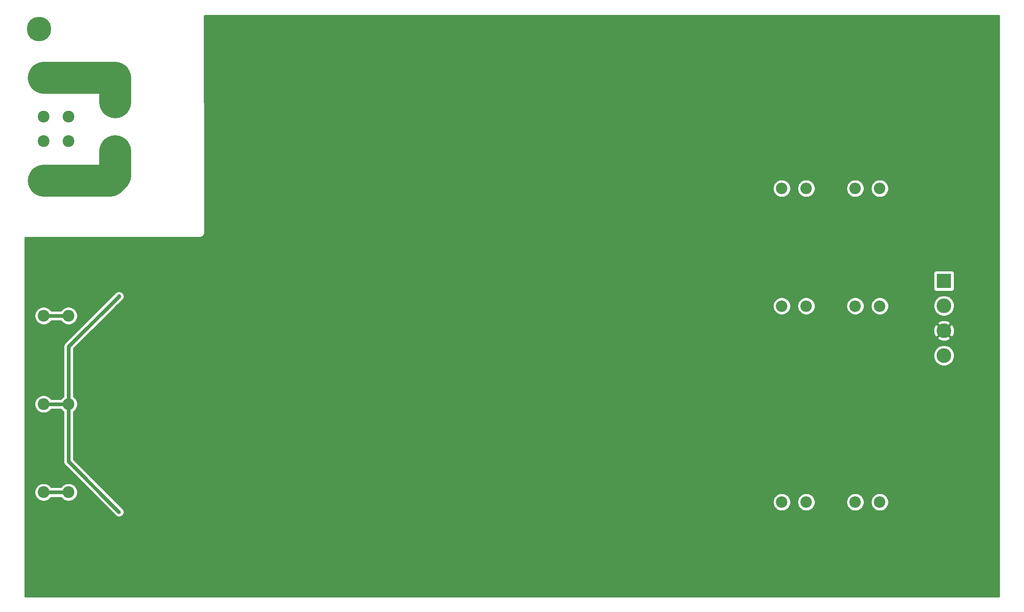
<source format=gbr>
G04 #@! TF.GenerationSoftware,KiCad,Pcbnew,(5.1.5)-3*
G04 #@! TF.CreationDate,2020-11-25T08:49:10-07:00*
G04 #@! TF.ProjectId,Power_Supply,506f7765-725f-4537-9570-706c792e6b69,rev?*
G04 #@! TF.SameCoordinates,Original*
G04 #@! TF.FileFunction,Copper,L2,Bot*
G04 #@! TF.FilePolarity,Positive*
%FSLAX46Y46*%
G04 Gerber Fmt 4.6, Leading zero omitted, Abs format (unit mm)*
G04 Created by KiCad (PCBNEW (5.1.5)-3) date 2020-11-25 08:49:10*
%MOMM*%
%LPD*%
G04 APERTURE LIST*
%ADD10C,5.000000*%
%ADD11C,2.350000*%
%ADD12C,2.400000*%
%ADD13C,3.000000*%
%ADD14R,3.000000X3.000000*%
%ADD15C,0.800000*%
%ADD16C,0.800000*%
%ADD17C,6.500000*%
%ADD18C,0.254000*%
G04 APERTURE END LIST*
D10*
X196500000Y-116500000D03*
X3500000Y-116500000D03*
X3500000Y-3500000D03*
X196500000Y-3500000D03*
D11*
X19000000Y-13378200D03*
X19000000Y-18378200D03*
X19000000Y-33378200D03*
X19000000Y-28378200D03*
D12*
X9540000Y-80000000D03*
X4460000Y-80000000D03*
D11*
X160000000Y-36000000D03*
X155000000Y-36000000D03*
X170000000Y-36000000D03*
X175000000Y-36000000D03*
X175000000Y-60000000D03*
X170000000Y-60000000D03*
X155000000Y-60000000D03*
X160000000Y-60000000D03*
X160000000Y-100000000D03*
X155000000Y-100000000D03*
X170000000Y-100000000D03*
X175000000Y-100000000D03*
D12*
X4460000Y-13378200D03*
X9540000Y-13378200D03*
X9540000Y-21378200D03*
X4460000Y-21378200D03*
X4460000Y-26378200D03*
X9540000Y-26378200D03*
X9540000Y-34378200D03*
X4460000Y-34378200D03*
X4460000Y-62000000D03*
X9540000Y-62000000D03*
X9540000Y-98000000D03*
X4460000Y-98000000D03*
D13*
X188087000Y-70104000D03*
D14*
X188087000Y-54864000D03*
D13*
X188087000Y-65024000D03*
X188087000Y-59944000D03*
D15*
X176067720Y-17993360D03*
X62443360Y-13685520D03*
X93451680Y-11160760D03*
X95651680Y-11160760D03*
X93451680Y-13360760D03*
X93451680Y-15560760D03*
X95651680Y-15560760D03*
X93451680Y-17760760D03*
X95651680Y-17760760D03*
X93451680Y-19960760D03*
X95651680Y-19960760D03*
X97851680Y-11160760D03*
X100051680Y-11160760D03*
X102251680Y-11160760D03*
X104451680Y-11160760D03*
X95651680Y-13360760D03*
X97851680Y-13360760D03*
X100051680Y-13360760D03*
X102251680Y-13360760D03*
X106651680Y-11160760D03*
X104451680Y-13360760D03*
X106651680Y-13360760D03*
X104451680Y-15560760D03*
X106651680Y-15560760D03*
X104451680Y-17760760D03*
X106651680Y-17760760D03*
X104451680Y-19960760D03*
X106651680Y-19960760D03*
X159730440Y-44983400D03*
X62814200Y-53705760D03*
X134680960Y-57993280D03*
X160639760Y-67985640D03*
X160411160Y-91963240D03*
X135544560Y-98028760D03*
X117642640Y-97297240D03*
X97444560Y-109235240D03*
X63139320Y-106334560D03*
X29291280Y-65999360D03*
X29281120Y-93990160D03*
X133421120Y-11247120D03*
X135621120Y-11247120D03*
X133421120Y-13447120D03*
X133421120Y-15647120D03*
X135621120Y-15647120D03*
X133421120Y-17847120D03*
X135621120Y-17847120D03*
X133421120Y-20047120D03*
X135621120Y-20047120D03*
X137821120Y-11247120D03*
X140021120Y-11247120D03*
X142221120Y-11247120D03*
X144421120Y-11247120D03*
X135621120Y-13447120D03*
X137821120Y-13447120D03*
X140021120Y-13447120D03*
X142221120Y-13447120D03*
X146621120Y-11247120D03*
X144421120Y-13447120D03*
X146621120Y-13447120D03*
X144421120Y-15647120D03*
X146621120Y-15647120D03*
X144421120Y-17847120D03*
X146621120Y-17847120D03*
X144421120Y-20047120D03*
X146621120Y-20047120D03*
X97689120Y-53431800D03*
X99889120Y-53431800D03*
X102089120Y-53431800D03*
X106489120Y-51231800D03*
X104289120Y-53431800D03*
X93289120Y-51231800D03*
X104289120Y-55631800D03*
X106489120Y-53431800D03*
X104289120Y-51231800D03*
X95489120Y-53431800D03*
X95489120Y-51231800D03*
X93289120Y-53431800D03*
X102089120Y-51231800D03*
X95489120Y-55631800D03*
X93289120Y-57831800D03*
X95489120Y-57831800D03*
X93289120Y-60031800D03*
X95489120Y-60031800D03*
X93289120Y-55631800D03*
X99889120Y-51231800D03*
X106489120Y-55631800D03*
X106489120Y-57831800D03*
X104289120Y-60031800D03*
X106489120Y-60031800D03*
X104289120Y-57831800D03*
X97689120Y-51231800D03*
X19812000Y-102001320D03*
X19817080Y-58013600D03*
D16*
X9540000Y-62000000D02*
X4460000Y-62000000D01*
X9540000Y-98000000D02*
X4460000Y-98000000D01*
X4460000Y-80000000D02*
X9540000Y-80000000D01*
X9540000Y-91729320D02*
X9540000Y-80000000D01*
X19812000Y-102001320D02*
X9540000Y-91729320D01*
X9540000Y-68290680D02*
X9540000Y-80000000D01*
X19817080Y-58013600D02*
X9540000Y-68290680D01*
D17*
X4460000Y-13378200D02*
X9540000Y-13378200D01*
X9540000Y-13378200D02*
X19000000Y-13378200D01*
X19000000Y-13378200D02*
X19000000Y-18378200D01*
X19000000Y-28378200D02*
X19000000Y-33378200D01*
X4460000Y-34378200D02*
X9540000Y-34378200D01*
X18000000Y-34378200D02*
X19000000Y-33378200D01*
X9540000Y-34378200D02*
X18000000Y-34378200D01*
D18*
G36*
X199340001Y-119340000D02*
G01*
X660000Y-119340000D01*
X660000Y-97819268D01*
X2625000Y-97819268D01*
X2625000Y-98180732D01*
X2695518Y-98535250D01*
X2833844Y-98869199D01*
X3034662Y-99169744D01*
X3290256Y-99425338D01*
X3590801Y-99626156D01*
X3924750Y-99764482D01*
X4279268Y-99835000D01*
X4640732Y-99835000D01*
X4995250Y-99764482D01*
X5329199Y-99626156D01*
X5629744Y-99425338D01*
X5885338Y-99169744D01*
X5975371Y-99035000D01*
X8024629Y-99035000D01*
X8114662Y-99169744D01*
X8370256Y-99425338D01*
X8670801Y-99626156D01*
X9004750Y-99764482D01*
X9359268Y-99835000D01*
X9720732Y-99835000D01*
X10075250Y-99764482D01*
X10409199Y-99626156D01*
X10709744Y-99425338D01*
X10965338Y-99169744D01*
X11166156Y-98869199D01*
X11304482Y-98535250D01*
X11375000Y-98180732D01*
X11375000Y-97819268D01*
X11304482Y-97464750D01*
X11166156Y-97130801D01*
X10965338Y-96830256D01*
X10709744Y-96574662D01*
X10409199Y-96373844D01*
X10075250Y-96235518D01*
X9720732Y-96165000D01*
X9359268Y-96165000D01*
X9004750Y-96235518D01*
X8670801Y-96373844D01*
X8370256Y-96574662D01*
X8114662Y-96830256D01*
X8024629Y-96965000D01*
X5975371Y-96965000D01*
X5885338Y-96830256D01*
X5629744Y-96574662D01*
X5329199Y-96373844D01*
X4995250Y-96235518D01*
X4640732Y-96165000D01*
X4279268Y-96165000D01*
X3924750Y-96235518D01*
X3590801Y-96373844D01*
X3290256Y-96574662D01*
X3034662Y-96830256D01*
X2833844Y-97130801D01*
X2695518Y-97464750D01*
X2625000Y-97819268D01*
X660000Y-97819268D01*
X660000Y-79819268D01*
X2625000Y-79819268D01*
X2625000Y-80180732D01*
X2695518Y-80535250D01*
X2833844Y-80869199D01*
X3034662Y-81169744D01*
X3290256Y-81425338D01*
X3590801Y-81626156D01*
X3924750Y-81764482D01*
X4279268Y-81835000D01*
X4640732Y-81835000D01*
X4995250Y-81764482D01*
X5329199Y-81626156D01*
X5629744Y-81425338D01*
X5885338Y-81169744D01*
X5975371Y-81035000D01*
X8024629Y-81035000D01*
X8114662Y-81169744D01*
X8370256Y-81425338D01*
X8505001Y-81515372D01*
X8505000Y-91678492D01*
X8499994Y-91729320D01*
X8505000Y-91780148D01*
X8505000Y-91780157D01*
X8519976Y-91932214D01*
X8579159Y-92127312D01*
X8675266Y-92307117D01*
X8804604Y-92464716D01*
X8844097Y-92497127D01*
X19008063Y-102661094D01*
X19152226Y-102805257D01*
X19194712Y-102833645D01*
X19234202Y-102866054D01*
X19279256Y-102890136D01*
X19321744Y-102918525D01*
X19368959Y-102938082D01*
X19414006Y-102962160D01*
X19462880Y-102976986D01*
X19510102Y-102996546D01*
X19560232Y-103006517D01*
X19609105Y-103021343D01*
X19659936Y-103026350D01*
X19710061Y-103036320D01*
X19761165Y-103036320D01*
X19812000Y-103041327D01*
X19862835Y-103036320D01*
X19913939Y-103036320D01*
X19964064Y-103026350D01*
X20014895Y-103021343D01*
X20063768Y-103006517D01*
X20113898Y-102996546D01*
X20161122Y-102976985D01*
X20209993Y-102962160D01*
X20255036Y-102938084D01*
X20302256Y-102918525D01*
X20344748Y-102890133D01*
X20389797Y-102866054D01*
X20429284Y-102833648D01*
X20471774Y-102805257D01*
X20507908Y-102769123D01*
X20547396Y-102736716D01*
X20579803Y-102697228D01*
X20615937Y-102661094D01*
X20644328Y-102618604D01*
X20676734Y-102579117D01*
X20700813Y-102534068D01*
X20729205Y-102491576D01*
X20748764Y-102444356D01*
X20772840Y-102399313D01*
X20787665Y-102350442D01*
X20807226Y-102303218D01*
X20817197Y-102253088D01*
X20832023Y-102204215D01*
X20837030Y-102153384D01*
X20847000Y-102103259D01*
X20847000Y-102052155D01*
X20852007Y-102001320D01*
X20847000Y-101950485D01*
X20847000Y-101899381D01*
X20837030Y-101849256D01*
X20832023Y-101798425D01*
X20817197Y-101749552D01*
X20807226Y-101699422D01*
X20787666Y-101652200D01*
X20772840Y-101603326D01*
X20748762Y-101558279D01*
X20729205Y-101511064D01*
X20700816Y-101468576D01*
X20676734Y-101423522D01*
X20644325Y-101384032D01*
X20615937Y-101341546D01*
X20471774Y-101197383D01*
X19096122Y-99821731D01*
X153190000Y-99821731D01*
X153190000Y-100178269D01*
X153259557Y-100527958D01*
X153395999Y-100857357D01*
X153594081Y-101153808D01*
X153846192Y-101405919D01*
X154142643Y-101604001D01*
X154472042Y-101740443D01*
X154821731Y-101810000D01*
X155178269Y-101810000D01*
X155527958Y-101740443D01*
X155857357Y-101604001D01*
X156153808Y-101405919D01*
X156405919Y-101153808D01*
X156604001Y-100857357D01*
X156740443Y-100527958D01*
X156810000Y-100178269D01*
X156810000Y-99821731D01*
X158190000Y-99821731D01*
X158190000Y-100178269D01*
X158259557Y-100527958D01*
X158395999Y-100857357D01*
X158594081Y-101153808D01*
X158846192Y-101405919D01*
X159142643Y-101604001D01*
X159472042Y-101740443D01*
X159821731Y-101810000D01*
X160178269Y-101810000D01*
X160527958Y-101740443D01*
X160857357Y-101604001D01*
X161153808Y-101405919D01*
X161405919Y-101153808D01*
X161604001Y-100857357D01*
X161740443Y-100527958D01*
X161810000Y-100178269D01*
X161810000Y-99821731D01*
X168190000Y-99821731D01*
X168190000Y-100178269D01*
X168259557Y-100527958D01*
X168395999Y-100857357D01*
X168594081Y-101153808D01*
X168846192Y-101405919D01*
X169142643Y-101604001D01*
X169472042Y-101740443D01*
X169821731Y-101810000D01*
X170178269Y-101810000D01*
X170527958Y-101740443D01*
X170857357Y-101604001D01*
X171153808Y-101405919D01*
X171405919Y-101153808D01*
X171604001Y-100857357D01*
X171740443Y-100527958D01*
X171810000Y-100178269D01*
X171810000Y-99821731D01*
X173190000Y-99821731D01*
X173190000Y-100178269D01*
X173259557Y-100527958D01*
X173395999Y-100857357D01*
X173594081Y-101153808D01*
X173846192Y-101405919D01*
X174142643Y-101604001D01*
X174472042Y-101740443D01*
X174821731Y-101810000D01*
X175178269Y-101810000D01*
X175527958Y-101740443D01*
X175857357Y-101604001D01*
X176153808Y-101405919D01*
X176405919Y-101153808D01*
X176604001Y-100857357D01*
X176740443Y-100527958D01*
X176810000Y-100178269D01*
X176810000Y-99821731D01*
X176740443Y-99472042D01*
X176604001Y-99142643D01*
X176405919Y-98846192D01*
X176153808Y-98594081D01*
X175857357Y-98395999D01*
X175527958Y-98259557D01*
X175178269Y-98190000D01*
X174821731Y-98190000D01*
X174472042Y-98259557D01*
X174142643Y-98395999D01*
X173846192Y-98594081D01*
X173594081Y-98846192D01*
X173395999Y-99142643D01*
X173259557Y-99472042D01*
X173190000Y-99821731D01*
X171810000Y-99821731D01*
X171740443Y-99472042D01*
X171604001Y-99142643D01*
X171405919Y-98846192D01*
X171153808Y-98594081D01*
X170857357Y-98395999D01*
X170527958Y-98259557D01*
X170178269Y-98190000D01*
X169821731Y-98190000D01*
X169472042Y-98259557D01*
X169142643Y-98395999D01*
X168846192Y-98594081D01*
X168594081Y-98846192D01*
X168395999Y-99142643D01*
X168259557Y-99472042D01*
X168190000Y-99821731D01*
X161810000Y-99821731D01*
X161740443Y-99472042D01*
X161604001Y-99142643D01*
X161405919Y-98846192D01*
X161153808Y-98594081D01*
X160857357Y-98395999D01*
X160527958Y-98259557D01*
X160178269Y-98190000D01*
X159821731Y-98190000D01*
X159472042Y-98259557D01*
X159142643Y-98395999D01*
X158846192Y-98594081D01*
X158594081Y-98846192D01*
X158395999Y-99142643D01*
X158259557Y-99472042D01*
X158190000Y-99821731D01*
X156810000Y-99821731D01*
X156740443Y-99472042D01*
X156604001Y-99142643D01*
X156405919Y-98846192D01*
X156153808Y-98594081D01*
X155857357Y-98395999D01*
X155527958Y-98259557D01*
X155178269Y-98190000D01*
X154821731Y-98190000D01*
X154472042Y-98259557D01*
X154142643Y-98395999D01*
X153846192Y-98594081D01*
X153594081Y-98846192D01*
X153395999Y-99142643D01*
X153259557Y-99472042D01*
X153190000Y-99821731D01*
X19096122Y-99821731D01*
X10575000Y-91300610D01*
X10575000Y-81515371D01*
X10709744Y-81425338D01*
X10965338Y-81169744D01*
X11166156Y-80869199D01*
X11304482Y-80535250D01*
X11375000Y-80180732D01*
X11375000Y-79819268D01*
X11304482Y-79464750D01*
X11166156Y-79130801D01*
X10965338Y-78830256D01*
X10709744Y-78574662D01*
X10575000Y-78484629D01*
X10575000Y-69893721D01*
X185952000Y-69893721D01*
X185952000Y-70314279D01*
X186034047Y-70726756D01*
X186194988Y-71115302D01*
X186428637Y-71464983D01*
X186726017Y-71762363D01*
X187075698Y-71996012D01*
X187464244Y-72156953D01*
X187876721Y-72239000D01*
X188297279Y-72239000D01*
X188709756Y-72156953D01*
X189098302Y-71996012D01*
X189447983Y-71762363D01*
X189745363Y-71464983D01*
X189979012Y-71115302D01*
X190139953Y-70726756D01*
X190222000Y-70314279D01*
X190222000Y-69893721D01*
X190139953Y-69481244D01*
X189979012Y-69092698D01*
X189745363Y-68743017D01*
X189447983Y-68445637D01*
X189098302Y-68211988D01*
X188709756Y-68051047D01*
X188297279Y-67969000D01*
X187876721Y-67969000D01*
X187464244Y-68051047D01*
X187075698Y-68211988D01*
X186726017Y-68445637D01*
X186428637Y-68743017D01*
X186194988Y-69092698D01*
X186034047Y-69481244D01*
X185952000Y-69893721D01*
X10575000Y-69893721D01*
X10575000Y-68719390D01*
X12778737Y-66515653D01*
X186774952Y-66515653D01*
X186930962Y-66831214D01*
X187305745Y-67022020D01*
X187710551Y-67136044D01*
X188129824Y-67168902D01*
X188547451Y-67119334D01*
X188947383Y-66989243D01*
X189243038Y-66831214D01*
X189399048Y-66515653D01*
X188087000Y-65203605D01*
X186774952Y-66515653D01*
X12778737Y-66515653D01*
X14227566Y-65066824D01*
X185942098Y-65066824D01*
X185991666Y-65484451D01*
X186121757Y-65884383D01*
X186279786Y-66180038D01*
X186595347Y-66336048D01*
X187907395Y-65024000D01*
X188266605Y-65024000D01*
X189578653Y-66336048D01*
X189894214Y-66180038D01*
X190085020Y-65805255D01*
X190199044Y-65400449D01*
X190231902Y-64981176D01*
X190182334Y-64563549D01*
X190052243Y-64163617D01*
X189894214Y-63867962D01*
X189578653Y-63711952D01*
X188266605Y-65024000D01*
X187907395Y-65024000D01*
X186595347Y-63711952D01*
X186279786Y-63867962D01*
X186088980Y-64242745D01*
X185974956Y-64647551D01*
X185942098Y-65066824D01*
X14227566Y-65066824D01*
X15762043Y-63532347D01*
X186774952Y-63532347D01*
X188087000Y-64844395D01*
X189399048Y-63532347D01*
X189243038Y-63216786D01*
X188868255Y-63025980D01*
X188463449Y-62911956D01*
X188044176Y-62879098D01*
X187626549Y-62928666D01*
X187226617Y-63058757D01*
X186930962Y-63216786D01*
X186774952Y-63532347D01*
X15762043Y-63532347D01*
X19472659Y-59821731D01*
X153190000Y-59821731D01*
X153190000Y-60178269D01*
X153259557Y-60527958D01*
X153395999Y-60857357D01*
X153594081Y-61153808D01*
X153846192Y-61405919D01*
X154142643Y-61604001D01*
X154472042Y-61740443D01*
X154821731Y-61810000D01*
X155178269Y-61810000D01*
X155527958Y-61740443D01*
X155857357Y-61604001D01*
X156153808Y-61405919D01*
X156405919Y-61153808D01*
X156604001Y-60857357D01*
X156740443Y-60527958D01*
X156810000Y-60178269D01*
X156810000Y-59821731D01*
X158190000Y-59821731D01*
X158190000Y-60178269D01*
X158259557Y-60527958D01*
X158395999Y-60857357D01*
X158594081Y-61153808D01*
X158846192Y-61405919D01*
X159142643Y-61604001D01*
X159472042Y-61740443D01*
X159821731Y-61810000D01*
X160178269Y-61810000D01*
X160527958Y-61740443D01*
X160857357Y-61604001D01*
X161153808Y-61405919D01*
X161405919Y-61153808D01*
X161604001Y-60857357D01*
X161740443Y-60527958D01*
X161810000Y-60178269D01*
X161810000Y-59821731D01*
X168190000Y-59821731D01*
X168190000Y-60178269D01*
X168259557Y-60527958D01*
X168395999Y-60857357D01*
X168594081Y-61153808D01*
X168846192Y-61405919D01*
X169142643Y-61604001D01*
X169472042Y-61740443D01*
X169821731Y-61810000D01*
X170178269Y-61810000D01*
X170527958Y-61740443D01*
X170857357Y-61604001D01*
X171153808Y-61405919D01*
X171405919Y-61153808D01*
X171604001Y-60857357D01*
X171740443Y-60527958D01*
X171810000Y-60178269D01*
X171810000Y-59821731D01*
X173190000Y-59821731D01*
X173190000Y-60178269D01*
X173259557Y-60527958D01*
X173395999Y-60857357D01*
X173594081Y-61153808D01*
X173846192Y-61405919D01*
X174142643Y-61604001D01*
X174472042Y-61740443D01*
X174821731Y-61810000D01*
X175178269Y-61810000D01*
X175527958Y-61740443D01*
X175857357Y-61604001D01*
X176153808Y-61405919D01*
X176405919Y-61153808D01*
X176604001Y-60857357D01*
X176740443Y-60527958D01*
X176810000Y-60178269D01*
X176810000Y-59821731D01*
X176792494Y-59733721D01*
X185952000Y-59733721D01*
X185952000Y-60154279D01*
X186034047Y-60566756D01*
X186194988Y-60955302D01*
X186428637Y-61304983D01*
X186726017Y-61602363D01*
X187075698Y-61836012D01*
X187464244Y-61996953D01*
X187876721Y-62079000D01*
X188297279Y-62079000D01*
X188709756Y-61996953D01*
X189098302Y-61836012D01*
X189447983Y-61602363D01*
X189745363Y-61304983D01*
X189979012Y-60955302D01*
X190139953Y-60566756D01*
X190222000Y-60154279D01*
X190222000Y-59733721D01*
X190139953Y-59321244D01*
X189979012Y-58932698D01*
X189745363Y-58583017D01*
X189447983Y-58285637D01*
X189098302Y-58051988D01*
X188709756Y-57891047D01*
X188297279Y-57809000D01*
X187876721Y-57809000D01*
X187464244Y-57891047D01*
X187075698Y-58051988D01*
X186726017Y-58285637D01*
X186428637Y-58583017D01*
X186194988Y-58932698D01*
X186034047Y-59321244D01*
X185952000Y-59733721D01*
X176792494Y-59733721D01*
X176740443Y-59472042D01*
X176604001Y-59142643D01*
X176405919Y-58846192D01*
X176153808Y-58594081D01*
X175857357Y-58395999D01*
X175527958Y-58259557D01*
X175178269Y-58190000D01*
X174821731Y-58190000D01*
X174472042Y-58259557D01*
X174142643Y-58395999D01*
X173846192Y-58594081D01*
X173594081Y-58846192D01*
X173395999Y-59142643D01*
X173259557Y-59472042D01*
X173190000Y-59821731D01*
X171810000Y-59821731D01*
X171740443Y-59472042D01*
X171604001Y-59142643D01*
X171405919Y-58846192D01*
X171153808Y-58594081D01*
X170857357Y-58395999D01*
X170527958Y-58259557D01*
X170178269Y-58190000D01*
X169821731Y-58190000D01*
X169472042Y-58259557D01*
X169142643Y-58395999D01*
X168846192Y-58594081D01*
X168594081Y-58846192D01*
X168395999Y-59142643D01*
X168259557Y-59472042D01*
X168190000Y-59821731D01*
X161810000Y-59821731D01*
X161740443Y-59472042D01*
X161604001Y-59142643D01*
X161405919Y-58846192D01*
X161153808Y-58594081D01*
X160857357Y-58395999D01*
X160527958Y-58259557D01*
X160178269Y-58190000D01*
X159821731Y-58190000D01*
X159472042Y-58259557D01*
X159142643Y-58395999D01*
X158846192Y-58594081D01*
X158594081Y-58846192D01*
X158395999Y-59142643D01*
X158259557Y-59472042D01*
X158190000Y-59821731D01*
X156810000Y-59821731D01*
X156740443Y-59472042D01*
X156604001Y-59142643D01*
X156405919Y-58846192D01*
X156153808Y-58594081D01*
X155857357Y-58395999D01*
X155527958Y-58259557D01*
X155178269Y-58190000D01*
X154821731Y-58190000D01*
X154472042Y-58259557D01*
X154142643Y-58395999D01*
X153846192Y-58594081D01*
X153594081Y-58846192D01*
X153395999Y-59142643D01*
X153259557Y-59472042D01*
X153190000Y-59821731D01*
X19472659Y-59821731D01*
X20584883Y-58709508D01*
X20621017Y-58673374D01*
X20649405Y-58630888D01*
X20681814Y-58591398D01*
X20705896Y-58546344D01*
X20734285Y-58503856D01*
X20753842Y-58456641D01*
X20777920Y-58411594D01*
X20792746Y-58362719D01*
X20812306Y-58315498D01*
X20822277Y-58265371D01*
X20837103Y-58216496D01*
X20842110Y-58165664D01*
X20852080Y-58115539D01*
X20852080Y-58064436D01*
X20857087Y-58013600D01*
X20852080Y-57962765D01*
X20852080Y-57911661D01*
X20842110Y-57861536D01*
X20837103Y-57810705D01*
X20822277Y-57761832D01*
X20812306Y-57711702D01*
X20792745Y-57664478D01*
X20777920Y-57615607D01*
X20753844Y-57570564D01*
X20734285Y-57523344D01*
X20705893Y-57480852D01*
X20681814Y-57435803D01*
X20649408Y-57396316D01*
X20621017Y-57353826D01*
X20584883Y-57317692D01*
X20552476Y-57278204D01*
X20512988Y-57245797D01*
X20476854Y-57209663D01*
X20434364Y-57181272D01*
X20394877Y-57148866D01*
X20349828Y-57124787D01*
X20307336Y-57096395D01*
X20260116Y-57076836D01*
X20215073Y-57052760D01*
X20166202Y-57037935D01*
X20118978Y-57018374D01*
X20068848Y-57008403D01*
X20019975Y-56993577D01*
X19969144Y-56988570D01*
X19919019Y-56978600D01*
X19867915Y-56978600D01*
X19817080Y-56973593D01*
X19766244Y-56978600D01*
X19715141Y-56978600D01*
X19665016Y-56988570D01*
X19614184Y-56993577D01*
X19565309Y-57008403D01*
X19515182Y-57018374D01*
X19467961Y-57037934D01*
X19419086Y-57052760D01*
X19374039Y-57076838D01*
X19326824Y-57096395D01*
X19284336Y-57124784D01*
X19239282Y-57148866D01*
X19199792Y-57181275D01*
X19157306Y-57209663D01*
X19121172Y-57245797D01*
X8844097Y-67522873D01*
X8804604Y-67555284D01*
X8675266Y-67712883D01*
X8579159Y-67892688D01*
X8519976Y-68087786D01*
X8505000Y-68239843D01*
X8505000Y-68239852D01*
X8499994Y-68290680D01*
X8505000Y-68341508D01*
X8505001Y-78484628D01*
X8370256Y-78574662D01*
X8114662Y-78830256D01*
X8024629Y-78965000D01*
X5975371Y-78965000D01*
X5885338Y-78830256D01*
X5629744Y-78574662D01*
X5329199Y-78373844D01*
X4995250Y-78235518D01*
X4640732Y-78165000D01*
X4279268Y-78165000D01*
X3924750Y-78235518D01*
X3590801Y-78373844D01*
X3290256Y-78574662D01*
X3034662Y-78830256D01*
X2833844Y-79130801D01*
X2695518Y-79464750D01*
X2625000Y-79819268D01*
X660000Y-79819268D01*
X660000Y-61819268D01*
X2625000Y-61819268D01*
X2625000Y-62180732D01*
X2695518Y-62535250D01*
X2833844Y-62869199D01*
X3034662Y-63169744D01*
X3290256Y-63425338D01*
X3590801Y-63626156D01*
X3924750Y-63764482D01*
X4279268Y-63835000D01*
X4640732Y-63835000D01*
X4995250Y-63764482D01*
X5329199Y-63626156D01*
X5629744Y-63425338D01*
X5885338Y-63169744D01*
X5975371Y-63035000D01*
X8024629Y-63035000D01*
X8114662Y-63169744D01*
X8370256Y-63425338D01*
X8670801Y-63626156D01*
X9004750Y-63764482D01*
X9359268Y-63835000D01*
X9720732Y-63835000D01*
X10075250Y-63764482D01*
X10409199Y-63626156D01*
X10709744Y-63425338D01*
X10965338Y-63169744D01*
X11166156Y-62869199D01*
X11304482Y-62535250D01*
X11375000Y-62180732D01*
X11375000Y-61819268D01*
X11304482Y-61464750D01*
X11166156Y-61130801D01*
X10965338Y-60830256D01*
X10709744Y-60574662D01*
X10409199Y-60373844D01*
X10075250Y-60235518D01*
X9720732Y-60165000D01*
X9359268Y-60165000D01*
X9004750Y-60235518D01*
X8670801Y-60373844D01*
X8370256Y-60574662D01*
X8114662Y-60830256D01*
X8024629Y-60965000D01*
X5975371Y-60965000D01*
X5885338Y-60830256D01*
X5629744Y-60574662D01*
X5329199Y-60373844D01*
X4995250Y-60235518D01*
X4640732Y-60165000D01*
X4279268Y-60165000D01*
X3924750Y-60235518D01*
X3590801Y-60373844D01*
X3290256Y-60574662D01*
X3034662Y-60830256D01*
X2833844Y-61130801D01*
X2695518Y-61464750D01*
X2625000Y-61819268D01*
X660000Y-61819268D01*
X660000Y-53364000D01*
X185948928Y-53364000D01*
X185948928Y-56364000D01*
X185961188Y-56488482D01*
X185997498Y-56608180D01*
X186056463Y-56718494D01*
X186135815Y-56815185D01*
X186232506Y-56894537D01*
X186342820Y-56953502D01*
X186462518Y-56989812D01*
X186587000Y-57002072D01*
X189587000Y-57002072D01*
X189711482Y-56989812D01*
X189831180Y-56953502D01*
X189941494Y-56894537D01*
X190038185Y-56815185D01*
X190117537Y-56718494D01*
X190176502Y-56608180D01*
X190212812Y-56488482D01*
X190225072Y-56364000D01*
X190225072Y-53364000D01*
X190212812Y-53239518D01*
X190176502Y-53119820D01*
X190117537Y-53009506D01*
X190038185Y-52912815D01*
X189941494Y-52833463D01*
X189831180Y-52774498D01*
X189711482Y-52738188D01*
X189587000Y-52725928D01*
X186587000Y-52725928D01*
X186462518Y-52738188D01*
X186342820Y-52774498D01*
X186232506Y-52833463D01*
X186135815Y-52912815D01*
X186056463Y-53009506D01*
X185997498Y-53119820D01*
X185961188Y-53239518D01*
X185948928Y-53364000D01*
X660000Y-53364000D01*
X660000Y-46048794D01*
X765301Y-46016815D01*
X941920Y-45999400D01*
X36202813Y-45999400D01*
X36215285Y-45998786D01*
X36410755Y-45979496D01*
X36435220Y-45974620D01*
X36623150Y-45917492D01*
X36646189Y-45907928D01*
X36819326Y-45815169D01*
X36840051Y-45801286D01*
X36991717Y-45676472D01*
X37009329Y-45658805D01*
X37133671Y-45506753D01*
X37147489Y-45485985D01*
X37239711Y-45312561D01*
X37249204Y-45289493D01*
X37305748Y-45101387D01*
X37310548Y-45076908D01*
X37329232Y-44881379D01*
X37329807Y-44868904D01*
X37301739Y-35821731D01*
X153190000Y-35821731D01*
X153190000Y-36178269D01*
X153259557Y-36527958D01*
X153395999Y-36857357D01*
X153594081Y-37153808D01*
X153846192Y-37405919D01*
X154142643Y-37604001D01*
X154472042Y-37740443D01*
X154821731Y-37810000D01*
X155178269Y-37810000D01*
X155527958Y-37740443D01*
X155857357Y-37604001D01*
X156153808Y-37405919D01*
X156405919Y-37153808D01*
X156604001Y-36857357D01*
X156740443Y-36527958D01*
X156810000Y-36178269D01*
X156810000Y-35821731D01*
X158190000Y-35821731D01*
X158190000Y-36178269D01*
X158259557Y-36527958D01*
X158395999Y-36857357D01*
X158594081Y-37153808D01*
X158846192Y-37405919D01*
X159142643Y-37604001D01*
X159472042Y-37740443D01*
X159821731Y-37810000D01*
X160178269Y-37810000D01*
X160527958Y-37740443D01*
X160857357Y-37604001D01*
X161153808Y-37405919D01*
X161405919Y-37153808D01*
X161604001Y-36857357D01*
X161740443Y-36527958D01*
X161810000Y-36178269D01*
X161810000Y-35821731D01*
X168190000Y-35821731D01*
X168190000Y-36178269D01*
X168259557Y-36527958D01*
X168395999Y-36857357D01*
X168594081Y-37153808D01*
X168846192Y-37405919D01*
X169142643Y-37604001D01*
X169472042Y-37740443D01*
X169821731Y-37810000D01*
X170178269Y-37810000D01*
X170527958Y-37740443D01*
X170857357Y-37604001D01*
X171153808Y-37405919D01*
X171405919Y-37153808D01*
X171604001Y-36857357D01*
X171740443Y-36527958D01*
X171810000Y-36178269D01*
X171810000Y-35821731D01*
X173190000Y-35821731D01*
X173190000Y-36178269D01*
X173259557Y-36527958D01*
X173395999Y-36857357D01*
X173594081Y-37153808D01*
X173846192Y-37405919D01*
X174142643Y-37604001D01*
X174472042Y-37740443D01*
X174821731Y-37810000D01*
X175178269Y-37810000D01*
X175527958Y-37740443D01*
X175857357Y-37604001D01*
X176153808Y-37405919D01*
X176405919Y-37153808D01*
X176604001Y-36857357D01*
X176740443Y-36527958D01*
X176810000Y-36178269D01*
X176810000Y-35821731D01*
X176740443Y-35472042D01*
X176604001Y-35142643D01*
X176405919Y-34846192D01*
X176153808Y-34594081D01*
X175857357Y-34395999D01*
X175527958Y-34259557D01*
X175178269Y-34190000D01*
X174821731Y-34190000D01*
X174472042Y-34259557D01*
X174142643Y-34395999D01*
X173846192Y-34594081D01*
X173594081Y-34846192D01*
X173395999Y-35142643D01*
X173259557Y-35472042D01*
X173190000Y-35821731D01*
X171810000Y-35821731D01*
X171740443Y-35472042D01*
X171604001Y-35142643D01*
X171405919Y-34846192D01*
X171153808Y-34594081D01*
X170857357Y-34395999D01*
X170527958Y-34259557D01*
X170178269Y-34190000D01*
X169821731Y-34190000D01*
X169472042Y-34259557D01*
X169142643Y-34395999D01*
X168846192Y-34594081D01*
X168594081Y-34846192D01*
X168395999Y-35142643D01*
X168259557Y-35472042D01*
X168190000Y-35821731D01*
X161810000Y-35821731D01*
X161740443Y-35472042D01*
X161604001Y-35142643D01*
X161405919Y-34846192D01*
X161153808Y-34594081D01*
X160857357Y-34395999D01*
X160527958Y-34259557D01*
X160178269Y-34190000D01*
X159821731Y-34190000D01*
X159472042Y-34259557D01*
X159142643Y-34395999D01*
X158846192Y-34594081D01*
X158594081Y-34846192D01*
X158395999Y-35142643D01*
X158259557Y-35472042D01*
X158190000Y-35821731D01*
X156810000Y-35821731D01*
X156740443Y-35472042D01*
X156604001Y-35142643D01*
X156405919Y-34846192D01*
X156153808Y-34594081D01*
X155857357Y-34395999D01*
X155527958Y-34259557D01*
X155178269Y-34190000D01*
X154821731Y-34190000D01*
X154472042Y-34259557D01*
X154142643Y-34395999D01*
X153846192Y-34594081D01*
X153594081Y-34846192D01*
X153395999Y-35142643D01*
X153259557Y-35472042D01*
X153190000Y-35821731D01*
X37301739Y-35821731D01*
X37193810Y-1034267D01*
X37210705Y-857446D01*
X37260027Y-693356D01*
X37277763Y-660000D01*
X199340000Y-660000D01*
X199340001Y-119340000D01*
G37*
X199340001Y-119340000D02*
X660000Y-119340000D01*
X660000Y-97819268D01*
X2625000Y-97819268D01*
X2625000Y-98180732D01*
X2695518Y-98535250D01*
X2833844Y-98869199D01*
X3034662Y-99169744D01*
X3290256Y-99425338D01*
X3590801Y-99626156D01*
X3924750Y-99764482D01*
X4279268Y-99835000D01*
X4640732Y-99835000D01*
X4995250Y-99764482D01*
X5329199Y-99626156D01*
X5629744Y-99425338D01*
X5885338Y-99169744D01*
X5975371Y-99035000D01*
X8024629Y-99035000D01*
X8114662Y-99169744D01*
X8370256Y-99425338D01*
X8670801Y-99626156D01*
X9004750Y-99764482D01*
X9359268Y-99835000D01*
X9720732Y-99835000D01*
X10075250Y-99764482D01*
X10409199Y-99626156D01*
X10709744Y-99425338D01*
X10965338Y-99169744D01*
X11166156Y-98869199D01*
X11304482Y-98535250D01*
X11375000Y-98180732D01*
X11375000Y-97819268D01*
X11304482Y-97464750D01*
X11166156Y-97130801D01*
X10965338Y-96830256D01*
X10709744Y-96574662D01*
X10409199Y-96373844D01*
X10075250Y-96235518D01*
X9720732Y-96165000D01*
X9359268Y-96165000D01*
X9004750Y-96235518D01*
X8670801Y-96373844D01*
X8370256Y-96574662D01*
X8114662Y-96830256D01*
X8024629Y-96965000D01*
X5975371Y-96965000D01*
X5885338Y-96830256D01*
X5629744Y-96574662D01*
X5329199Y-96373844D01*
X4995250Y-96235518D01*
X4640732Y-96165000D01*
X4279268Y-96165000D01*
X3924750Y-96235518D01*
X3590801Y-96373844D01*
X3290256Y-96574662D01*
X3034662Y-96830256D01*
X2833844Y-97130801D01*
X2695518Y-97464750D01*
X2625000Y-97819268D01*
X660000Y-97819268D01*
X660000Y-79819268D01*
X2625000Y-79819268D01*
X2625000Y-80180732D01*
X2695518Y-80535250D01*
X2833844Y-80869199D01*
X3034662Y-81169744D01*
X3290256Y-81425338D01*
X3590801Y-81626156D01*
X3924750Y-81764482D01*
X4279268Y-81835000D01*
X4640732Y-81835000D01*
X4995250Y-81764482D01*
X5329199Y-81626156D01*
X5629744Y-81425338D01*
X5885338Y-81169744D01*
X5975371Y-81035000D01*
X8024629Y-81035000D01*
X8114662Y-81169744D01*
X8370256Y-81425338D01*
X8505001Y-81515372D01*
X8505000Y-91678492D01*
X8499994Y-91729320D01*
X8505000Y-91780148D01*
X8505000Y-91780157D01*
X8519976Y-91932214D01*
X8579159Y-92127312D01*
X8675266Y-92307117D01*
X8804604Y-92464716D01*
X8844097Y-92497127D01*
X19008063Y-102661094D01*
X19152226Y-102805257D01*
X19194712Y-102833645D01*
X19234202Y-102866054D01*
X19279256Y-102890136D01*
X19321744Y-102918525D01*
X19368959Y-102938082D01*
X19414006Y-102962160D01*
X19462880Y-102976986D01*
X19510102Y-102996546D01*
X19560232Y-103006517D01*
X19609105Y-103021343D01*
X19659936Y-103026350D01*
X19710061Y-103036320D01*
X19761165Y-103036320D01*
X19812000Y-103041327D01*
X19862835Y-103036320D01*
X19913939Y-103036320D01*
X19964064Y-103026350D01*
X20014895Y-103021343D01*
X20063768Y-103006517D01*
X20113898Y-102996546D01*
X20161122Y-102976985D01*
X20209993Y-102962160D01*
X20255036Y-102938084D01*
X20302256Y-102918525D01*
X20344748Y-102890133D01*
X20389797Y-102866054D01*
X20429284Y-102833648D01*
X20471774Y-102805257D01*
X20507908Y-102769123D01*
X20547396Y-102736716D01*
X20579803Y-102697228D01*
X20615937Y-102661094D01*
X20644328Y-102618604D01*
X20676734Y-102579117D01*
X20700813Y-102534068D01*
X20729205Y-102491576D01*
X20748764Y-102444356D01*
X20772840Y-102399313D01*
X20787665Y-102350442D01*
X20807226Y-102303218D01*
X20817197Y-102253088D01*
X20832023Y-102204215D01*
X20837030Y-102153384D01*
X20847000Y-102103259D01*
X20847000Y-102052155D01*
X20852007Y-102001320D01*
X20847000Y-101950485D01*
X20847000Y-101899381D01*
X20837030Y-101849256D01*
X20832023Y-101798425D01*
X20817197Y-101749552D01*
X20807226Y-101699422D01*
X20787666Y-101652200D01*
X20772840Y-101603326D01*
X20748762Y-101558279D01*
X20729205Y-101511064D01*
X20700816Y-101468576D01*
X20676734Y-101423522D01*
X20644325Y-101384032D01*
X20615937Y-101341546D01*
X20471774Y-101197383D01*
X19096122Y-99821731D01*
X153190000Y-99821731D01*
X153190000Y-100178269D01*
X153259557Y-100527958D01*
X153395999Y-100857357D01*
X153594081Y-101153808D01*
X153846192Y-101405919D01*
X154142643Y-101604001D01*
X154472042Y-101740443D01*
X154821731Y-101810000D01*
X155178269Y-101810000D01*
X155527958Y-101740443D01*
X155857357Y-101604001D01*
X156153808Y-101405919D01*
X156405919Y-101153808D01*
X156604001Y-100857357D01*
X156740443Y-100527958D01*
X156810000Y-100178269D01*
X156810000Y-99821731D01*
X158190000Y-99821731D01*
X158190000Y-100178269D01*
X158259557Y-100527958D01*
X158395999Y-100857357D01*
X158594081Y-101153808D01*
X158846192Y-101405919D01*
X159142643Y-101604001D01*
X159472042Y-101740443D01*
X159821731Y-101810000D01*
X160178269Y-101810000D01*
X160527958Y-101740443D01*
X160857357Y-101604001D01*
X161153808Y-101405919D01*
X161405919Y-101153808D01*
X161604001Y-100857357D01*
X161740443Y-100527958D01*
X161810000Y-100178269D01*
X161810000Y-99821731D01*
X168190000Y-99821731D01*
X168190000Y-100178269D01*
X168259557Y-100527958D01*
X168395999Y-100857357D01*
X168594081Y-101153808D01*
X168846192Y-101405919D01*
X169142643Y-101604001D01*
X169472042Y-101740443D01*
X169821731Y-101810000D01*
X170178269Y-101810000D01*
X170527958Y-101740443D01*
X170857357Y-101604001D01*
X171153808Y-101405919D01*
X171405919Y-101153808D01*
X171604001Y-100857357D01*
X171740443Y-100527958D01*
X171810000Y-100178269D01*
X171810000Y-99821731D01*
X173190000Y-99821731D01*
X173190000Y-100178269D01*
X173259557Y-100527958D01*
X173395999Y-100857357D01*
X173594081Y-101153808D01*
X173846192Y-101405919D01*
X174142643Y-101604001D01*
X174472042Y-101740443D01*
X174821731Y-101810000D01*
X175178269Y-101810000D01*
X175527958Y-101740443D01*
X175857357Y-101604001D01*
X176153808Y-101405919D01*
X176405919Y-101153808D01*
X176604001Y-100857357D01*
X176740443Y-100527958D01*
X176810000Y-100178269D01*
X176810000Y-99821731D01*
X176740443Y-99472042D01*
X176604001Y-99142643D01*
X176405919Y-98846192D01*
X176153808Y-98594081D01*
X175857357Y-98395999D01*
X175527958Y-98259557D01*
X175178269Y-98190000D01*
X174821731Y-98190000D01*
X174472042Y-98259557D01*
X174142643Y-98395999D01*
X173846192Y-98594081D01*
X173594081Y-98846192D01*
X173395999Y-99142643D01*
X173259557Y-99472042D01*
X173190000Y-99821731D01*
X171810000Y-99821731D01*
X171740443Y-99472042D01*
X171604001Y-99142643D01*
X171405919Y-98846192D01*
X171153808Y-98594081D01*
X170857357Y-98395999D01*
X170527958Y-98259557D01*
X170178269Y-98190000D01*
X169821731Y-98190000D01*
X169472042Y-98259557D01*
X169142643Y-98395999D01*
X168846192Y-98594081D01*
X168594081Y-98846192D01*
X168395999Y-99142643D01*
X168259557Y-99472042D01*
X168190000Y-99821731D01*
X161810000Y-99821731D01*
X161740443Y-99472042D01*
X161604001Y-99142643D01*
X161405919Y-98846192D01*
X161153808Y-98594081D01*
X160857357Y-98395999D01*
X160527958Y-98259557D01*
X160178269Y-98190000D01*
X159821731Y-98190000D01*
X159472042Y-98259557D01*
X159142643Y-98395999D01*
X158846192Y-98594081D01*
X158594081Y-98846192D01*
X158395999Y-99142643D01*
X158259557Y-99472042D01*
X158190000Y-99821731D01*
X156810000Y-99821731D01*
X156740443Y-99472042D01*
X156604001Y-99142643D01*
X156405919Y-98846192D01*
X156153808Y-98594081D01*
X155857357Y-98395999D01*
X155527958Y-98259557D01*
X155178269Y-98190000D01*
X154821731Y-98190000D01*
X154472042Y-98259557D01*
X154142643Y-98395999D01*
X153846192Y-98594081D01*
X153594081Y-98846192D01*
X153395999Y-99142643D01*
X153259557Y-99472042D01*
X153190000Y-99821731D01*
X19096122Y-99821731D01*
X10575000Y-91300610D01*
X10575000Y-81515371D01*
X10709744Y-81425338D01*
X10965338Y-81169744D01*
X11166156Y-80869199D01*
X11304482Y-80535250D01*
X11375000Y-80180732D01*
X11375000Y-79819268D01*
X11304482Y-79464750D01*
X11166156Y-79130801D01*
X10965338Y-78830256D01*
X10709744Y-78574662D01*
X10575000Y-78484629D01*
X10575000Y-69893721D01*
X185952000Y-69893721D01*
X185952000Y-70314279D01*
X186034047Y-70726756D01*
X186194988Y-71115302D01*
X186428637Y-71464983D01*
X186726017Y-71762363D01*
X187075698Y-71996012D01*
X187464244Y-72156953D01*
X187876721Y-72239000D01*
X188297279Y-72239000D01*
X188709756Y-72156953D01*
X189098302Y-71996012D01*
X189447983Y-71762363D01*
X189745363Y-71464983D01*
X189979012Y-71115302D01*
X190139953Y-70726756D01*
X190222000Y-70314279D01*
X190222000Y-69893721D01*
X190139953Y-69481244D01*
X189979012Y-69092698D01*
X189745363Y-68743017D01*
X189447983Y-68445637D01*
X189098302Y-68211988D01*
X188709756Y-68051047D01*
X188297279Y-67969000D01*
X187876721Y-67969000D01*
X187464244Y-68051047D01*
X187075698Y-68211988D01*
X186726017Y-68445637D01*
X186428637Y-68743017D01*
X186194988Y-69092698D01*
X186034047Y-69481244D01*
X185952000Y-69893721D01*
X10575000Y-69893721D01*
X10575000Y-68719390D01*
X12778737Y-66515653D01*
X186774952Y-66515653D01*
X186930962Y-66831214D01*
X187305745Y-67022020D01*
X187710551Y-67136044D01*
X188129824Y-67168902D01*
X188547451Y-67119334D01*
X188947383Y-66989243D01*
X189243038Y-66831214D01*
X189399048Y-66515653D01*
X188087000Y-65203605D01*
X186774952Y-66515653D01*
X12778737Y-66515653D01*
X14227566Y-65066824D01*
X185942098Y-65066824D01*
X185991666Y-65484451D01*
X186121757Y-65884383D01*
X186279786Y-66180038D01*
X186595347Y-66336048D01*
X187907395Y-65024000D01*
X188266605Y-65024000D01*
X189578653Y-66336048D01*
X189894214Y-66180038D01*
X190085020Y-65805255D01*
X190199044Y-65400449D01*
X190231902Y-64981176D01*
X190182334Y-64563549D01*
X190052243Y-64163617D01*
X189894214Y-63867962D01*
X189578653Y-63711952D01*
X188266605Y-65024000D01*
X187907395Y-65024000D01*
X186595347Y-63711952D01*
X186279786Y-63867962D01*
X186088980Y-64242745D01*
X185974956Y-64647551D01*
X185942098Y-65066824D01*
X14227566Y-65066824D01*
X15762043Y-63532347D01*
X186774952Y-63532347D01*
X188087000Y-64844395D01*
X189399048Y-63532347D01*
X189243038Y-63216786D01*
X188868255Y-63025980D01*
X188463449Y-62911956D01*
X188044176Y-62879098D01*
X187626549Y-62928666D01*
X187226617Y-63058757D01*
X186930962Y-63216786D01*
X186774952Y-63532347D01*
X15762043Y-63532347D01*
X19472659Y-59821731D01*
X153190000Y-59821731D01*
X153190000Y-60178269D01*
X153259557Y-60527958D01*
X153395999Y-60857357D01*
X153594081Y-61153808D01*
X153846192Y-61405919D01*
X154142643Y-61604001D01*
X154472042Y-61740443D01*
X154821731Y-61810000D01*
X155178269Y-61810000D01*
X155527958Y-61740443D01*
X155857357Y-61604001D01*
X156153808Y-61405919D01*
X156405919Y-61153808D01*
X156604001Y-60857357D01*
X156740443Y-60527958D01*
X156810000Y-60178269D01*
X156810000Y-59821731D01*
X158190000Y-59821731D01*
X158190000Y-60178269D01*
X158259557Y-60527958D01*
X158395999Y-60857357D01*
X158594081Y-61153808D01*
X158846192Y-61405919D01*
X159142643Y-61604001D01*
X159472042Y-61740443D01*
X159821731Y-61810000D01*
X160178269Y-61810000D01*
X160527958Y-61740443D01*
X160857357Y-61604001D01*
X161153808Y-61405919D01*
X161405919Y-61153808D01*
X161604001Y-60857357D01*
X161740443Y-60527958D01*
X161810000Y-60178269D01*
X161810000Y-59821731D01*
X168190000Y-59821731D01*
X168190000Y-60178269D01*
X168259557Y-60527958D01*
X168395999Y-60857357D01*
X168594081Y-61153808D01*
X168846192Y-61405919D01*
X169142643Y-61604001D01*
X169472042Y-61740443D01*
X169821731Y-61810000D01*
X170178269Y-61810000D01*
X170527958Y-61740443D01*
X170857357Y-61604001D01*
X171153808Y-61405919D01*
X171405919Y-61153808D01*
X171604001Y-60857357D01*
X171740443Y-60527958D01*
X171810000Y-60178269D01*
X171810000Y-59821731D01*
X173190000Y-59821731D01*
X173190000Y-60178269D01*
X173259557Y-60527958D01*
X173395999Y-60857357D01*
X173594081Y-61153808D01*
X173846192Y-61405919D01*
X174142643Y-61604001D01*
X174472042Y-61740443D01*
X174821731Y-61810000D01*
X175178269Y-61810000D01*
X175527958Y-61740443D01*
X175857357Y-61604001D01*
X176153808Y-61405919D01*
X176405919Y-61153808D01*
X176604001Y-60857357D01*
X176740443Y-60527958D01*
X176810000Y-60178269D01*
X176810000Y-59821731D01*
X176792494Y-59733721D01*
X185952000Y-59733721D01*
X185952000Y-60154279D01*
X186034047Y-60566756D01*
X186194988Y-60955302D01*
X186428637Y-61304983D01*
X186726017Y-61602363D01*
X187075698Y-61836012D01*
X187464244Y-61996953D01*
X187876721Y-62079000D01*
X188297279Y-62079000D01*
X188709756Y-61996953D01*
X189098302Y-61836012D01*
X189447983Y-61602363D01*
X189745363Y-61304983D01*
X189979012Y-60955302D01*
X190139953Y-60566756D01*
X190222000Y-60154279D01*
X190222000Y-59733721D01*
X190139953Y-59321244D01*
X189979012Y-58932698D01*
X189745363Y-58583017D01*
X189447983Y-58285637D01*
X189098302Y-58051988D01*
X188709756Y-57891047D01*
X188297279Y-57809000D01*
X187876721Y-57809000D01*
X187464244Y-57891047D01*
X187075698Y-58051988D01*
X186726017Y-58285637D01*
X186428637Y-58583017D01*
X186194988Y-58932698D01*
X186034047Y-59321244D01*
X185952000Y-59733721D01*
X176792494Y-59733721D01*
X176740443Y-59472042D01*
X176604001Y-59142643D01*
X176405919Y-58846192D01*
X176153808Y-58594081D01*
X175857357Y-58395999D01*
X175527958Y-58259557D01*
X175178269Y-58190000D01*
X174821731Y-58190000D01*
X174472042Y-58259557D01*
X174142643Y-58395999D01*
X173846192Y-58594081D01*
X173594081Y-58846192D01*
X173395999Y-59142643D01*
X173259557Y-59472042D01*
X173190000Y-59821731D01*
X171810000Y-59821731D01*
X171740443Y-59472042D01*
X171604001Y-59142643D01*
X171405919Y-58846192D01*
X171153808Y-58594081D01*
X170857357Y-58395999D01*
X170527958Y-58259557D01*
X170178269Y-58190000D01*
X169821731Y-58190000D01*
X169472042Y-58259557D01*
X169142643Y-58395999D01*
X168846192Y-58594081D01*
X168594081Y-58846192D01*
X168395999Y-59142643D01*
X168259557Y-59472042D01*
X168190000Y-59821731D01*
X161810000Y-59821731D01*
X161740443Y-59472042D01*
X161604001Y-59142643D01*
X161405919Y-58846192D01*
X161153808Y-58594081D01*
X160857357Y-58395999D01*
X160527958Y-58259557D01*
X160178269Y-58190000D01*
X159821731Y-58190000D01*
X159472042Y-58259557D01*
X159142643Y-58395999D01*
X158846192Y-58594081D01*
X158594081Y-58846192D01*
X158395999Y-59142643D01*
X158259557Y-59472042D01*
X158190000Y-59821731D01*
X156810000Y-59821731D01*
X156740443Y-59472042D01*
X156604001Y-59142643D01*
X156405919Y-58846192D01*
X156153808Y-58594081D01*
X155857357Y-58395999D01*
X155527958Y-58259557D01*
X155178269Y-58190000D01*
X154821731Y-58190000D01*
X154472042Y-58259557D01*
X154142643Y-58395999D01*
X153846192Y-58594081D01*
X153594081Y-58846192D01*
X153395999Y-59142643D01*
X153259557Y-59472042D01*
X153190000Y-59821731D01*
X19472659Y-59821731D01*
X20584883Y-58709508D01*
X20621017Y-58673374D01*
X20649405Y-58630888D01*
X20681814Y-58591398D01*
X20705896Y-58546344D01*
X20734285Y-58503856D01*
X20753842Y-58456641D01*
X20777920Y-58411594D01*
X20792746Y-58362719D01*
X20812306Y-58315498D01*
X20822277Y-58265371D01*
X20837103Y-58216496D01*
X20842110Y-58165664D01*
X20852080Y-58115539D01*
X20852080Y-58064436D01*
X20857087Y-58013600D01*
X20852080Y-57962765D01*
X20852080Y-57911661D01*
X20842110Y-57861536D01*
X20837103Y-57810705D01*
X20822277Y-57761832D01*
X20812306Y-57711702D01*
X20792745Y-57664478D01*
X20777920Y-57615607D01*
X20753844Y-57570564D01*
X20734285Y-57523344D01*
X20705893Y-57480852D01*
X20681814Y-57435803D01*
X20649408Y-57396316D01*
X20621017Y-57353826D01*
X20584883Y-57317692D01*
X20552476Y-57278204D01*
X20512988Y-57245797D01*
X20476854Y-57209663D01*
X20434364Y-57181272D01*
X20394877Y-57148866D01*
X20349828Y-57124787D01*
X20307336Y-57096395D01*
X20260116Y-57076836D01*
X20215073Y-57052760D01*
X20166202Y-57037935D01*
X20118978Y-57018374D01*
X20068848Y-57008403D01*
X20019975Y-56993577D01*
X19969144Y-56988570D01*
X19919019Y-56978600D01*
X19867915Y-56978600D01*
X19817080Y-56973593D01*
X19766244Y-56978600D01*
X19715141Y-56978600D01*
X19665016Y-56988570D01*
X19614184Y-56993577D01*
X19565309Y-57008403D01*
X19515182Y-57018374D01*
X19467961Y-57037934D01*
X19419086Y-57052760D01*
X19374039Y-57076838D01*
X19326824Y-57096395D01*
X19284336Y-57124784D01*
X19239282Y-57148866D01*
X19199792Y-57181275D01*
X19157306Y-57209663D01*
X19121172Y-57245797D01*
X8844097Y-67522873D01*
X8804604Y-67555284D01*
X8675266Y-67712883D01*
X8579159Y-67892688D01*
X8519976Y-68087786D01*
X8505000Y-68239843D01*
X8505000Y-68239852D01*
X8499994Y-68290680D01*
X8505000Y-68341508D01*
X8505001Y-78484628D01*
X8370256Y-78574662D01*
X8114662Y-78830256D01*
X8024629Y-78965000D01*
X5975371Y-78965000D01*
X5885338Y-78830256D01*
X5629744Y-78574662D01*
X5329199Y-78373844D01*
X4995250Y-78235518D01*
X4640732Y-78165000D01*
X4279268Y-78165000D01*
X3924750Y-78235518D01*
X3590801Y-78373844D01*
X3290256Y-78574662D01*
X3034662Y-78830256D01*
X2833844Y-79130801D01*
X2695518Y-79464750D01*
X2625000Y-79819268D01*
X660000Y-79819268D01*
X660000Y-61819268D01*
X2625000Y-61819268D01*
X2625000Y-62180732D01*
X2695518Y-62535250D01*
X2833844Y-62869199D01*
X3034662Y-63169744D01*
X3290256Y-63425338D01*
X3590801Y-63626156D01*
X3924750Y-63764482D01*
X4279268Y-63835000D01*
X4640732Y-63835000D01*
X4995250Y-63764482D01*
X5329199Y-63626156D01*
X5629744Y-63425338D01*
X5885338Y-63169744D01*
X5975371Y-63035000D01*
X8024629Y-63035000D01*
X8114662Y-63169744D01*
X8370256Y-63425338D01*
X8670801Y-63626156D01*
X9004750Y-63764482D01*
X9359268Y-63835000D01*
X9720732Y-63835000D01*
X10075250Y-63764482D01*
X10409199Y-63626156D01*
X10709744Y-63425338D01*
X10965338Y-63169744D01*
X11166156Y-62869199D01*
X11304482Y-62535250D01*
X11375000Y-62180732D01*
X11375000Y-61819268D01*
X11304482Y-61464750D01*
X11166156Y-61130801D01*
X10965338Y-60830256D01*
X10709744Y-60574662D01*
X10409199Y-60373844D01*
X10075250Y-60235518D01*
X9720732Y-60165000D01*
X9359268Y-60165000D01*
X9004750Y-60235518D01*
X8670801Y-60373844D01*
X8370256Y-60574662D01*
X8114662Y-60830256D01*
X8024629Y-60965000D01*
X5975371Y-60965000D01*
X5885338Y-60830256D01*
X5629744Y-60574662D01*
X5329199Y-60373844D01*
X4995250Y-60235518D01*
X4640732Y-60165000D01*
X4279268Y-60165000D01*
X3924750Y-60235518D01*
X3590801Y-60373844D01*
X3290256Y-60574662D01*
X3034662Y-60830256D01*
X2833844Y-61130801D01*
X2695518Y-61464750D01*
X2625000Y-61819268D01*
X660000Y-61819268D01*
X660000Y-53364000D01*
X185948928Y-53364000D01*
X185948928Y-56364000D01*
X185961188Y-56488482D01*
X185997498Y-56608180D01*
X186056463Y-56718494D01*
X186135815Y-56815185D01*
X186232506Y-56894537D01*
X186342820Y-56953502D01*
X186462518Y-56989812D01*
X186587000Y-57002072D01*
X189587000Y-57002072D01*
X189711482Y-56989812D01*
X189831180Y-56953502D01*
X189941494Y-56894537D01*
X190038185Y-56815185D01*
X190117537Y-56718494D01*
X190176502Y-56608180D01*
X190212812Y-56488482D01*
X190225072Y-56364000D01*
X190225072Y-53364000D01*
X190212812Y-53239518D01*
X190176502Y-53119820D01*
X190117537Y-53009506D01*
X190038185Y-52912815D01*
X189941494Y-52833463D01*
X189831180Y-52774498D01*
X189711482Y-52738188D01*
X189587000Y-52725928D01*
X186587000Y-52725928D01*
X186462518Y-52738188D01*
X186342820Y-52774498D01*
X186232506Y-52833463D01*
X186135815Y-52912815D01*
X186056463Y-53009506D01*
X185997498Y-53119820D01*
X185961188Y-53239518D01*
X185948928Y-53364000D01*
X660000Y-53364000D01*
X660000Y-46048794D01*
X765301Y-46016815D01*
X941920Y-45999400D01*
X36202813Y-45999400D01*
X36215285Y-45998786D01*
X36410755Y-45979496D01*
X36435220Y-45974620D01*
X36623150Y-45917492D01*
X36646189Y-45907928D01*
X36819326Y-45815169D01*
X36840051Y-45801286D01*
X36991717Y-45676472D01*
X37009329Y-45658805D01*
X37133671Y-45506753D01*
X37147489Y-45485985D01*
X37239711Y-45312561D01*
X37249204Y-45289493D01*
X37305748Y-45101387D01*
X37310548Y-45076908D01*
X37329232Y-44881379D01*
X37329807Y-44868904D01*
X37301739Y-35821731D01*
X153190000Y-35821731D01*
X153190000Y-36178269D01*
X153259557Y-36527958D01*
X153395999Y-36857357D01*
X153594081Y-37153808D01*
X153846192Y-37405919D01*
X154142643Y-37604001D01*
X154472042Y-37740443D01*
X154821731Y-37810000D01*
X155178269Y-37810000D01*
X155527958Y-37740443D01*
X155857357Y-37604001D01*
X156153808Y-37405919D01*
X156405919Y-37153808D01*
X156604001Y-36857357D01*
X156740443Y-36527958D01*
X156810000Y-36178269D01*
X156810000Y-35821731D01*
X158190000Y-35821731D01*
X158190000Y-36178269D01*
X158259557Y-36527958D01*
X158395999Y-36857357D01*
X158594081Y-37153808D01*
X158846192Y-37405919D01*
X159142643Y-37604001D01*
X159472042Y-37740443D01*
X159821731Y-37810000D01*
X160178269Y-37810000D01*
X160527958Y-37740443D01*
X160857357Y-37604001D01*
X161153808Y-37405919D01*
X161405919Y-37153808D01*
X161604001Y-36857357D01*
X161740443Y-36527958D01*
X161810000Y-36178269D01*
X161810000Y-35821731D01*
X168190000Y-35821731D01*
X168190000Y-36178269D01*
X168259557Y-36527958D01*
X168395999Y-36857357D01*
X168594081Y-37153808D01*
X168846192Y-37405919D01*
X169142643Y-37604001D01*
X169472042Y-37740443D01*
X169821731Y-37810000D01*
X170178269Y-37810000D01*
X170527958Y-37740443D01*
X170857357Y-37604001D01*
X171153808Y-37405919D01*
X171405919Y-37153808D01*
X171604001Y-36857357D01*
X171740443Y-36527958D01*
X171810000Y-36178269D01*
X171810000Y-35821731D01*
X173190000Y-35821731D01*
X173190000Y-36178269D01*
X173259557Y-36527958D01*
X173395999Y-36857357D01*
X173594081Y-37153808D01*
X173846192Y-37405919D01*
X174142643Y-37604001D01*
X174472042Y-37740443D01*
X174821731Y-37810000D01*
X175178269Y-37810000D01*
X175527958Y-37740443D01*
X175857357Y-37604001D01*
X176153808Y-37405919D01*
X176405919Y-37153808D01*
X176604001Y-36857357D01*
X176740443Y-36527958D01*
X176810000Y-36178269D01*
X176810000Y-35821731D01*
X176740443Y-35472042D01*
X176604001Y-35142643D01*
X176405919Y-34846192D01*
X176153808Y-34594081D01*
X175857357Y-34395999D01*
X175527958Y-34259557D01*
X175178269Y-34190000D01*
X174821731Y-34190000D01*
X174472042Y-34259557D01*
X174142643Y-34395999D01*
X173846192Y-34594081D01*
X173594081Y-34846192D01*
X173395999Y-35142643D01*
X173259557Y-35472042D01*
X173190000Y-35821731D01*
X171810000Y-35821731D01*
X171740443Y-35472042D01*
X171604001Y-35142643D01*
X171405919Y-34846192D01*
X171153808Y-34594081D01*
X170857357Y-34395999D01*
X170527958Y-34259557D01*
X170178269Y-34190000D01*
X169821731Y-34190000D01*
X169472042Y-34259557D01*
X169142643Y-34395999D01*
X168846192Y-34594081D01*
X168594081Y-34846192D01*
X168395999Y-35142643D01*
X168259557Y-35472042D01*
X168190000Y-35821731D01*
X161810000Y-35821731D01*
X161740443Y-35472042D01*
X161604001Y-35142643D01*
X161405919Y-34846192D01*
X161153808Y-34594081D01*
X160857357Y-34395999D01*
X160527958Y-34259557D01*
X160178269Y-34190000D01*
X159821731Y-34190000D01*
X159472042Y-34259557D01*
X159142643Y-34395999D01*
X158846192Y-34594081D01*
X158594081Y-34846192D01*
X158395999Y-35142643D01*
X158259557Y-35472042D01*
X158190000Y-35821731D01*
X156810000Y-35821731D01*
X156740443Y-35472042D01*
X156604001Y-35142643D01*
X156405919Y-34846192D01*
X156153808Y-34594081D01*
X155857357Y-34395999D01*
X155527958Y-34259557D01*
X155178269Y-34190000D01*
X154821731Y-34190000D01*
X154472042Y-34259557D01*
X154142643Y-34395999D01*
X153846192Y-34594081D01*
X153594081Y-34846192D01*
X153395999Y-35142643D01*
X153259557Y-35472042D01*
X153190000Y-35821731D01*
X37301739Y-35821731D01*
X37193810Y-1034267D01*
X37210705Y-857446D01*
X37260027Y-693356D01*
X37277763Y-660000D01*
X199340000Y-660000D01*
X199340001Y-119340000D01*
M02*

</source>
